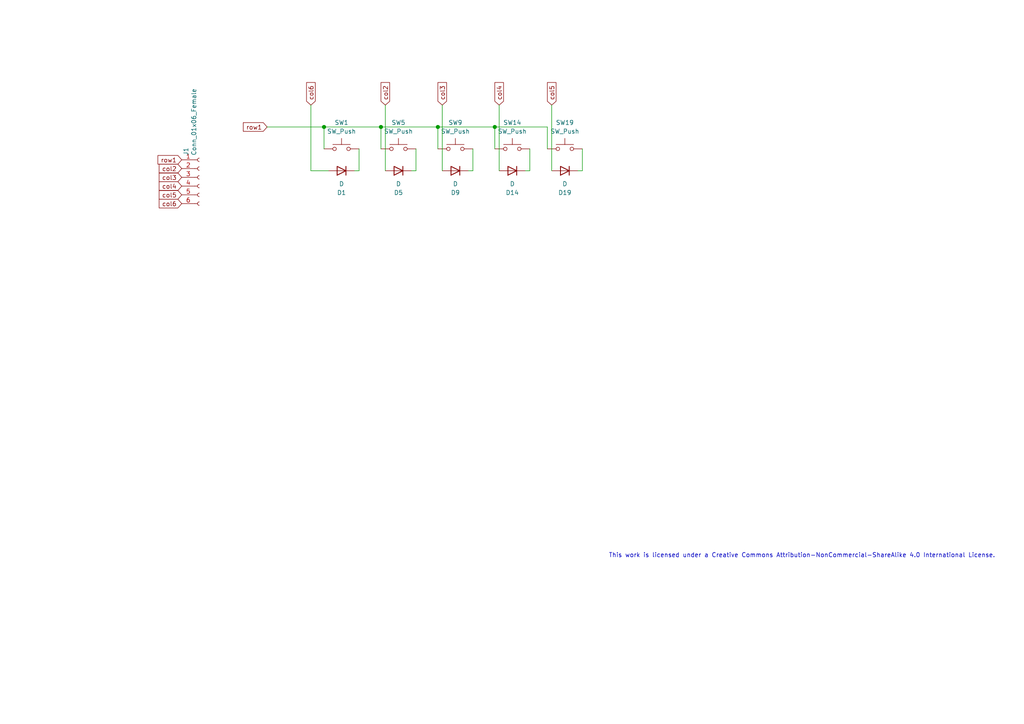
<source format=kicad_sch>
(kicad_sch (version 20210126) (generator eeschema)
  (paper "A4")
  (title_block (title "flex.sch") (date "2021-09-09") (rev "2.22") (company "bastard keyboards") (comment 3 "CC BY-NC-SA 4.0") (comment 4 "Copyright Quentin Lebastard 2021"))
  (lib_symbols
    (symbol "Connector:Conn_01x06_Female" (pin_names hide)
      (property "Reference" "J" (at 0 7.62 0))
      (property "Value" "Conn_01x06_Female" (at 0 -10.16 0))
      (symbol "Conn_01x06_Female_1_1"
        (arc (start 0 -7.112) (end 0 -8.128) (radius (at 0 -7.62) (length 0.508) (angles 90.1 -90.1)) (stroke (width 0.1524)))
        (arc (start 0 -4.572) (end 0 -5.588) (radius (at 0 -5.08) (length 0.508) (angles 90.1 -90.1)) (stroke (width 0.1524)))
        (arc (start 0 -2.032) (end 0 -3.048) (radius (at 0 -2.54) (length 0.508) (angles 90.1 -90.1)) (stroke (width 0.1524)))
        (arc (start 0 0.508) (end 0 -0.508) (radius (at 0 0) (length 0.508) (angles 90.1 -90.1)) (stroke (width 0.1524)))
        (arc (start 0 3.048) (end 0 2.032) (radius (at 0 2.54) (length 0.508) (angles 90.1 -90.1)) (stroke (width 0.1524)))
        (arc (start 0 5.588) (end 0 4.572) (radius (at 0 5.08) (length 0.508) (angles 90.1 -90.1)) (stroke (width 0.1524)))
        (polyline (pts (xy -1.27 -7.62) (xy -0.508 -7.62)) (stroke (width 0.1524)))
        (polyline (pts (xy -1.27 -5.08) (xy -0.508 -5.08)) (stroke (width 0.1524)))
        (polyline (pts (xy -1.27 -2.54) (xy -0.508 -2.54)) (stroke (width 0.1524)))
        (polyline (pts (xy -1.27 0) (xy -0.508 0)) (stroke (width 0.1524)))
        (polyline (pts (xy -1.27 2.54) (xy -0.508 2.54)) (stroke (width 0.1524)))
        (polyline (pts (xy -1.27 5.08) (xy -0.508 5.08)) (stroke (width 0.1524)))
        (pin passive line (at -5.08 5.08 0) (length 3.81) (name "Pin_1") (number "1"))
        (pin passive line (at -5.08 2.54 0) (length 3.81) (name "Pin_2") (number "2"))
        (pin passive line (at -5.08 0 0) (length 3.81) (name "Pin_3") (number "3"))
        (pin passive line (at -5.08 -2.54 0) (length 3.81) (name "Pin_4") (number "4"))
        (pin passive line (at -5.08 -5.08 0) (length 3.81) (name "Pin_5") (number "5"))
        (pin passive line (at -5.08 -7.62 0) (length 3.81) (name "Pin_6") (number "6"))
      )
    )
    (symbol "Device:D" (pin_numbers hide) (pin_names hide)
      (property "Reference" "D" (at 0 2.54 0))
      (property "Value" "D" (at 0 -2.54 0))
      (symbol "D_0_1"
        (polyline (pts (xy -1.27 1.27) (xy -1.27 -1.27)) (stroke (width 0.254)))
        (polyline (pts (xy 1.27 0) (xy -1.27 0)))
        (polyline (pts (xy 1.27 1.27) (xy 1.27 -1.27) (xy -1.27 0) (xy 1.27 1.27)) (stroke (width 0.254)))
      )
      (symbol "D_1_1"
        (pin passive line (at -3.81 0 0) (length 2.54) (name "K") (number "1"))
        (pin passive line (at 3.81 0 180) (length 2.54) (name "A") (number "2"))
      )
    )
    (symbol "Switch:SW_Push" (pin_numbers hide) (pin_names hide)
      (property "Reference" "SW" (at 1.27 2.54 0))
      (property "Value" "SW_Push" (at 0 -1.524 0))
      (symbol "SW_Push_0_1"
        (circle (center -2.032 0) (radius 0.508))
        (circle (center 2.032 0) (radius 0.508))
        (polyline (pts (xy 0 1.27) (xy 0 3.048)))
        (polyline (pts (xy 2.54 1.27) (xy -2.54 1.27)))
        (pin passive line (at -5.08 0 0) (length 2.54) (name "1") (number "1"))
        (pin passive line (at 5.08 0 180) (length 2.54) (name "2") (number "2"))
      )
    )
  )
  (junction (at 93.98 36.83) (diameter 1.016))
  (junction (at 110.49 36.83) (diameter 1.016))
  (junction (at 127 36.83) (diameter 1.016))
  (junction (at 143.51 36.83) (diameter 1.016))
  (wire (pts (xy 77.47 36.83) (xy 93.98 36.83)))
  (wire (pts (xy 90.17 30.48) (xy 90.17 49.53)))
  (wire (pts (xy 93.98 36.83) (xy 110.49 36.83)))
  (wire (pts (xy 93.98 43.18) (xy 93.98 36.83)))
  (wire (pts (xy 95.25 49.53) (xy 90.17 49.53)))
  (wire (pts (xy 104.14 43.18) (xy 104.14 49.53)))
  (wire (pts (xy 104.14 49.53) (xy 102.87 49.53)))
  (wire (pts (xy 110.49 36.83) (xy 110.49 43.18)))
  (wire (pts (xy 110.49 36.83) (xy 127 36.83)))
  (wire (pts (xy 111.76 30.48) (xy 111.76 49.53)))
  (wire (pts (xy 120.65 43.18) (xy 120.65 49.53)))
  (wire (pts (xy 120.65 49.53) (xy 119.38 49.53)))
  (wire (pts (xy 127 36.83) (xy 127 43.18)))
  (wire (pts (xy 127 36.83) (xy 143.51 36.83)))
  (wire (pts (xy 128.27 30.48) (xy 128.27 49.53)))
  (wire (pts (xy 137.16 43.18) (xy 137.16 49.53)))
  (wire (pts (xy 137.16 49.53) (xy 135.89 49.53)))
  (wire (pts (xy 143.51 36.83) (xy 143.51 43.18)))
  (wire (pts (xy 143.51 36.83) (xy 158.75 36.83)))
  (wire (pts (xy 144.78 30.48) (xy 144.78 49.53)))
  (wire (pts (xy 153.67 43.18) (xy 153.67 49.53)))
  (wire (pts (xy 153.67 49.53) (xy 152.4 49.53)))
  (wire (pts (xy 158.75 36.83) (xy 158.75 43.18)))
  (wire (pts (xy 160.02 30.48) (xy 160.02 49.53)))
  (wire (pts (xy 168.91 43.18) (xy 168.91 49.53)))
  (wire (pts (xy 168.91 49.53) (xy 167.64 49.53)))
  (text "This work is licensed under a Creative Commons Attribution-NonCommercial-ShareAlike 4.0 International License." (at 176.53 161.925 0) (effects (font (size 1.27 1.27)) (justify left bottom)))
  (global_label "row1" (shape input) (at 52.705 46.355 180) (property "Intersheet References" "${INTERSHEET_REFS}" (effects hide)))
  (global_label "col2" (shape input) (at 52.705 48.895 180) (property "Intersheet References" "${INTERSHEET_REFS}" (effects hide)))
  (global_label "col3" (shape input) (at 52.705 51.435 180) (property "Intersheet References" "${INTERSHEET_REFS}" (effects hide)))
  (global_label "col4" (shape input) (at 52.705 53.975 180) (property "Intersheet References" "${INTERSHEET_REFS}" (effects hide)))
  (global_label "col5" (shape input) (at 52.705 56.515 180) (property "Intersheet References" "${INTERSHEET_REFS}" (effects hide)))
  (global_label "col6" (shape input) (at 52.705 59.055 180) (property "Intersheet References" "${INTERSHEET_REFS}" (effects hide)))
  (global_label "row1" (shape input) (at 77.47 36.83 180) (property "Intersheet References" "${INTERSHEET_REFS}" (effects hide)))
  (global_label "col6" (shape input) (at 90.17 30.48 90) (property "Intersheet References" "${INTERSHEET_REFS}" (effects hide)))
  (global_label "col2" (shape input) (at 111.76 30.48 90) (property "Intersheet References" "${INTERSHEET_REFS}" (effects hide)))
  (global_label "col3" (shape input) (at 128.27 30.48 90) (property "Intersheet References" "${INTERSHEET_REFS}" (effects hide)))
  (global_label "col4" (shape input) (at 144.78 30.48 90) (property "Intersheet References" "${INTERSHEET_REFS}" (effects hide)))
  (global_label "col5" (shape input) (at 160.02 30.48 90) (property "Intersheet References" "${INTERSHEET_REFS}" (effects hide)))
  (symbol (lib_id "Device:D") (at 99.06 49.53 180) (unit 1)
    (property "Reference" "D1" (at 99.06 55.88 0))
    (property "Value" "D" (at 99.06 53.34 0))
    (property "Footprint" "custom:Diode_TH_SOD123" (effects hide))
  )
  (symbol (lib_id "Device:D") (at 115.57 49.53 180) (unit 1)
    (property "Reference" "D5" (at 115.57 55.88 0))
    (property "Value" "D" (at 115.57 53.34 0))
    (property "Footprint" "custom:Diode_TH_SOD123" (effects hide))
  )
  (symbol (lib_id "Device:D") (at 132.08 49.53 180) (unit 1)
    (property "Reference" "D9" (at 132.08 55.88 0))
    (property "Value" "D" (at 132.08 53.34 0))
    (property "Footprint" "custom:Diode_TH_SOD123" (effects hide))
  )
  (symbol (lib_id "Device:D") (at 148.59 49.53 180) (unit 1)
    (property "Reference" "D14" (at 148.59 55.88 0))
    (property "Value" "D" (at 148.59 53.34 0))
    (property "Footprint" "custom:Diode_TH_SOD123" (effects hide))
  )
  (symbol (lib_id "Device:D") (at 163.83 49.53 180) (unit 1)
    (property "Reference" "D19" (at 163.83 55.88 0))
    (property "Value" "D" (at 163.83 53.34 0))
    (property "Footprint" "custom:Diode_TH_SOD123" (effects hide))
  )
  (symbol (lib_id "Switch:SW_Push") (at 99.06 43.18 0) (unit 1)
    (property "Reference" "SW1" (at 99.06 35.56 0))
    (property "Value" "SW_Push" (at 99.06 38.1 0))
    (property "Footprint" "custom:SW_MX_reversible" (effects hide))
  )
  (symbol (lib_id "Switch:SW_Push") (at 115.57 43.18 0) (unit 1)
    (property "Reference" "SW5" (at 115.57 35.56 0))
    (property "Value" "SW_Push" (at 115.57 38.1 0))
    (property "Footprint" "custom:SW_MX_reversible" (effects hide))
  )
  (symbol (lib_id "Switch:SW_Push") (at 132.08 43.18 0) (unit 1)
    (property "Reference" "SW9" (at 132.08 35.56 0))
    (property "Value" "SW_Push" (at 132.08 38.1 0))
    (property "Footprint" "custom:SW_MX_reversible" (effects hide))
  )
  (symbol (lib_id "Switch:SW_Push") (at 148.59 43.18 0) (unit 1)
    (property "Reference" "SW14" (at 148.59 35.56 0))
    (property "Value" "SW_Push" (at 148.59 38.1 0))
    (property "Footprint" "custom:SW_MX_reversible" (effects hide))
  )
  (symbol (lib_id "Switch:SW_Push") (at 163.83 43.18 0) (unit 1)
    (property "Reference" "SW19" (at 163.83 35.56 0))
    (property "Value" "SW_Push" (at 163.83 38.1 0))
    (property "Footprint" "custom:SW_MX_reversible" (effects hide))
  )
  (symbol (lib_id "Connector:Conn_01x06_Female") (at 57.785 51.435 0) (unit 1)
    (property "Reference" "J1" (at 53.9432 45.1357 90) (effects (justify left)))
    (property "Value" "Conn_01x06_Female" (at 56.2419 45.1357 90) (effects (justify left)))
    (property "Footprint" "Connector_PinHeader_2.54mm:PinHeader_1x06_P2.54mm_Vertical" (effects hide))
  )
)
</source>
